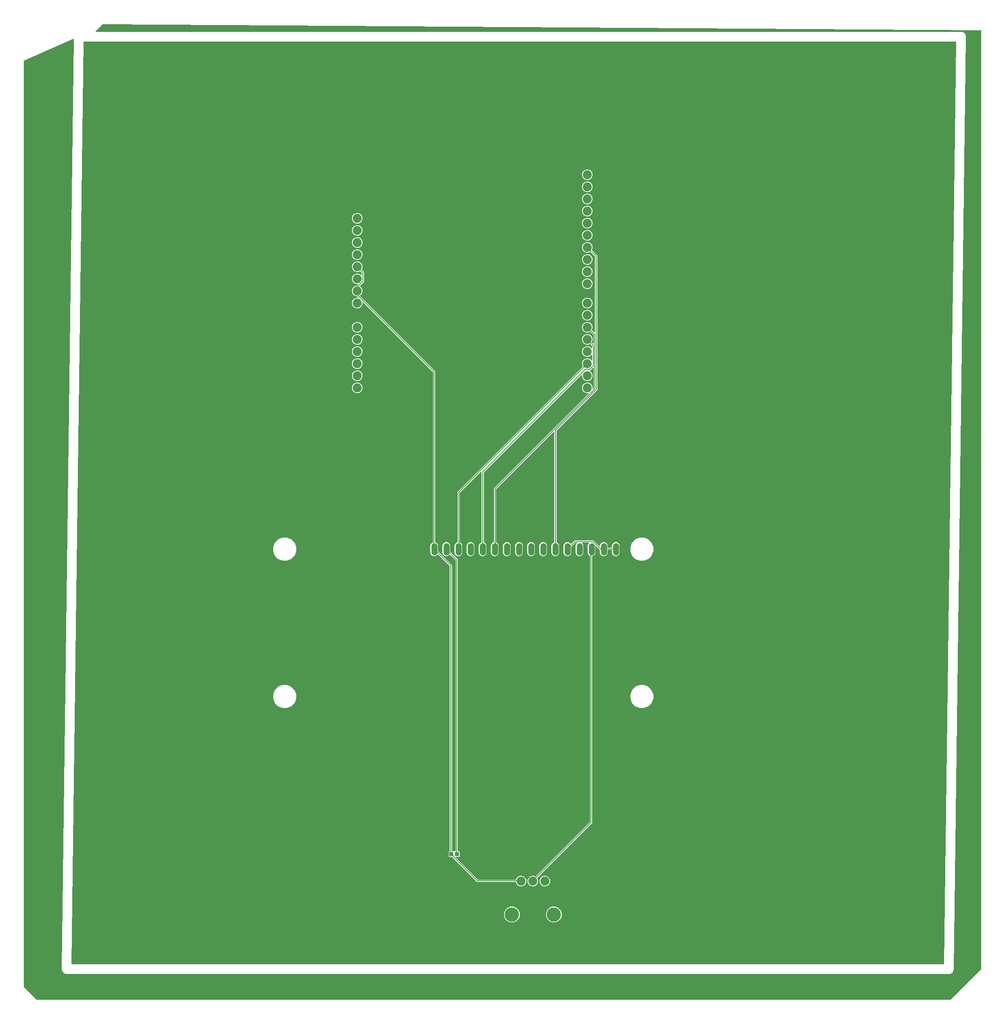
<source format=gbr>
G04 EAGLE Gerber RS-274X export*
G75*
%MOMM*%
%FSLAX34Y34*%
%LPD*%
%INTop Copper*%
%IPPOS*%
%AMOC8*
5,1,8,0,0,1.08239X$1,22.5*%
G01*
%ADD10C,1.879600*%
%ADD11C,1.308000*%
%ADD12R,0.850000X0.900000*%
%ADD13C,3.000000*%
%ADD14C,0.152400*%

G36*
X1014634Y-1031237D02*
X1014634Y-1031237D01*
X1014649Y-1031239D01*
X1014755Y-1031217D01*
X1014862Y-1031200D01*
X1014875Y-1031193D01*
X1014890Y-1031190D01*
X1014983Y-1031135D01*
X1015079Y-1031084D01*
X1015089Y-1031074D01*
X1015102Y-1031066D01*
X1015174Y-1030985D01*
X1015248Y-1030906D01*
X1015255Y-1030893D01*
X1015265Y-1030881D01*
X1015306Y-1030781D01*
X1015352Y-1030683D01*
X1015354Y-1030668D01*
X1015360Y-1030654D01*
X1015380Y-1030488D01*
X1040496Y903368D01*
X1040493Y903393D01*
X1040495Y903417D01*
X1040474Y903514D01*
X1040460Y903611D01*
X1040449Y903633D01*
X1040443Y903658D01*
X1040393Y903743D01*
X1040348Y903830D01*
X1040330Y903848D01*
X1040317Y903869D01*
X1040242Y903933D01*
X1040171Y904002D01*
X1040149Y904013D01*
X1040130Y904029D01*
X1040038Y904066D01*
X1039950Y904108D01*
X1039925Y904111D01*
X1039902Y904121D01*
X1039735Y904139D01*
X-789319Y904139D01*
X-789334Y904137D01*
X-789349Y904139D01*
X-789455Y904117D01*
X-789562Y904100D01*
X-789575Y904093D01*
X-789590Y904090D01*
X-789683Y904035D01*
X-789779Y903984D01*
X-789789Y903974D01*
X-789802Y903966D01*
X-789874Y903885D01*
X-789948Y903806D01*
X-789955Y903793D01*
X-789965Y903781D01*
X-790006Y903681D01*
X-790052Y903583D01*
X-790054Y903568D01*
X-790060Y903554D01*
X-790080Y903388D01*
X-815196Y-1030468D01*
X-815193Y-1030493D01*
X-815195Y-1030517D01*
X-815174Y-1030614D01*
X-815160Y-1030711D01*
X-815149Y-1030733D01*
X-815143Y-1030758D01*
X-815093Y-1030843D01*
X-815048Y-1030930D01*
X-815030Y-1030948D01*
X-815017Y-1030969D01*
X-814942Y-1031033D01*
X-814871Y-1031102D01*
X-814849Y-1031113D01*
X-814830Y-1031129D01*
X-814738Y-1031166D01*
X-814650Y-1031208D01*
X-814625Y-1031211D01*
X-814602Y-1031221D01*
X-814435Y-1031239D01*
X1014619Y-1031239D01*
X1014634Y-1031237D01*
G37*
G36*
X1028790Y-1105647D02*
X1028790Y-1105647D01*
X1028881Y-1105639D01*
X1028911Y-1105627D01*
X1028943Y-1105622D01*
X1029023Y-1105579D01*
X1029107Y-1105543D01*
X1029139Y-1105517D01*
X1029160Y-1105506D01*
X1029182Y-1105483D01*
X1029238Y-1105438D01*
X1092738Y-1041938D01*
X1092791Y-1041864D01*
X1092851Y-1041795D01*
X1092863Y-1041765D01*
X1092882Y-1041739D01*
X1092909Y-1041652D01*
X1092943Y-1041567D01*
X1092947Y-1041526D01*
X1092954Y-1041503D01*
X1092953Y-1041471D01*
X1092961Y-1041400D01*
X1092961Y927100D01*
X1092958Y927117D01*
X1092960Y927134D01*
X1092939Y927238D01*
X1092922Y927343D01*
X1092913Y927358D01*
X1092910Y927375D01*
X1092856Y927467D01*
X1092806Y927560D01*
X1092794Y927572D01*
X1092785Y927587D01*
X1092705Y927657D01*
X1092628Y927730D01*
X1092612Y927737D01*
X1092599Y927748D01*
X1092501Y927788D01*
X1092405Y927833D01*
X1092388Y927835D01*
X1092372Y927842D01*
X1092205Y927861D01*
X-749295Y940561D01*
X-749387Y940547D01*
X-749481Y940539D01*
X-749508Y940528D01*
X-749538Y940523D01*
X-749621Y940480D01*
X-749707Y940443D01*
X-749737Y940420D01*
X-749756Y940410D01*
X-749779Y940386D01*
X-749838Y940338D01*
X-764416Y925760D01*
X-764458Y925702D01*
X-764508Y925650D01*
X-764530Y925603D01*
X-764560Y925561D01*
X-764581Y925492D01*
X-764611Y925427D01*
X-764617Y925375D01*
X-764632Y925325D01*
X-764630Y925254D01*
X-764638Y925183D01*
X-764627Y925132D01*
X-764626Y925080D01*
X-764601Y925012D01*
X-764586Y924942D01*
X-764559Y924897D01*
X-764541Y924849D01*
X-764497Y924793D01*
X-764460Y924731D01*
X-764420Y924697D01*
X-764388Y924657D01*
X-764327Y924618D01*
X-764273Y924571D01*
X-764225Y924552D01*
X-764181Y924524D01*
X-764111Y924506D01*
X-764045Y924479D01*
X-763973Y924471D01*
X-763942Y924463D01*
X-763919Y924465D01*
X-763878Y924461D01*
X1048701Y924461D01*
X1048761Y924471D01*
X1048822Y924470D01*
X1048880Y924487D01*
X1050861Y924461D01*
X1050865Y924461D01*
X1050871Y924461D01*
X1052846Y924461D01*
X1052864Y924453D01*
X1052925Y924446D01*
X1054745Y923664D01*
X1054749Y923663D01*
X1054754Y923660D01*
X1056579Y922904D01*
X1056593Y922890D01*
X1056646Y922860D01*
X1058028Y921442D01*
X1058031Y921440D01*
X1058034Y921435D01*
X1059432Y920038D01*
X1059439Y920020D01*
X1059476Y919972D01*
X1060211Y918132D01*
X1060213Y918129D01*
X1060214Y918123D01*
X1060970Y916298D01*
X1060970Y916278D01*
X1060987Y916220D01*
X1060961Y914240D01*
X1060961Y914236D01*
X1060961Y914230D01*
X1060961Y912254D01*
X1060953Y912236D01*
X1060942Y912143D01*
X1060934Y912112D01*
X1060936Y912095D01*
X1060933Y912069D01*
X1035561Y-1041462D01*
X1035561Y-1041466D01*
X1035561Y-1041472D01*
X1035561Y-1043446D01*
X1035553Y-1043464D01*
X1035546Y-1043525D01*
X1034764Y-1045345D01*
X1034763Y-1045349D01*
X1034760Y-1045354D01*
X1034004Y-1047179D01*
X1033990Y-1047193D01*
X1033960Y-1047246D01*
X1032542Y-1048628D01*
X1032540Y-1048631D01*
X1032535Y-1048635D01*
X1031138Y-1050032D01*
X1031120Y-1050039D01*
X1031072Y-1050076D01*
X1029232Y-1050811D01*
X1029229Y-1050813D01*
X1029223Y-1050814D01*
X1027398Y-1051570D01*
X1027378Y-1051570D01*
X1027320Y-1051587D01*
X1025339Y-1051561D01*
X1025335Y-1051561D01*
X1025329Y-1051561D01*
X-823401Y-1051561D01*
X-823461Y-1051571D01*
X-823522Y-1051570D01*
X-823580Y-1051587D01*
X-825561Y-1051561D01*
X-825565Y-1051561D01*
X-825571Y-1051561D01*
X-827546Y-1051561D01*
X-827564Y-1051553D01*
X-827625Y-1051546D01*
X-829445Y-1050764D01*
X-829449Y-1050763D01*
X-829454Y-1050760D01*
X-831279Y-1050004D01*
X-831293Y-1049990D01*
X-831346Y-1049960D01*
X-832728Y-1048542D01*
X-832731Y-1048540D01*
X-832735Y-1048535D01*
X-834132Y-1047138D01*
X-834139Y-1047120D01*
X-834176Y-1047072D01*
X-834911Y-1045232D01*
X-834913Y-1045229D01*
X-834914Y-1045223D01*
X-835670Y-1043398D01*
X-835670Y-1043378D01*
X-835687Y-1043320D01*
X-835661Y-1041340D01*
X-835661Y-1041336D01*
X-835661Y-1041330D01*
X-835661Y-1039354D01*
X-835653Y-1039336D01*
X-835642Y-1039243D01*
X-835634Y-1039212D01*
X-835636Y-1039195D01*
X-835633Y-1039169D01*
X-810324Y909508D01*
X-810333Y909568D01*
X-810332Y909628D01*
X-810351Y909689D01*
X-810360Y909751D01*
X-810388Y909805D01*
X-810406Y909863D01*
X-810444Y909914D01*
X-810473Y909970D01*
X-810516Y910012D01*
X-810552Y910061D01*
X-810603Y910097D01*
X-810649Y910142D01*
X-810703Y910168D01*
X-810753Y910203D01*
X-810813Y910221D01*
X-810871Y910248D01*
X-810931Y910256D01*
X-810989Y910273D01*
X-811052Y910271D01*
X-811115Y910278D01*
X-811174Y910266D01*
X-811234Y910264D01*
X-811324Y910236D01*
X-811356Y910229D01*
X-811369Y910221D01*
X-811394Y910213D01*
X-914709Y864296D01*
X-914799Y864237D01*
X-914891Y864182D01*
X-914901Y864170D01*
X-914915Y864161D01*
X-914981Y864076D01*
X-915051Y863995D01*
X-915057Y863980D01*
X-915067Y863967D01*
X-915103Y863866D01*
X-915143Y863767D01*
X-915145Y863747D01*
X-915149Y863736D01*
X-915150Y863705D01*
X-915161Y863600D01*
X-915161Y-1079500D01*
X-915147Y-1079590D01*
X-915139Y-1079681D01*
X-915127Y-1079711D01*
X-915122Y-1079743D01*
X-915079Y-1079823D01*
X-915043Y-1079907D01*
X-915017Y-1079939D01*
X-915006Y-1079960D01*
X-914983Y-1079982D01*
X-914938Y-1080038D01*
X-889538Y-1105438D01*
X-889464Y-1105491D01*
X-889395Y-1105551D01*
X-889365Y-1105563D01*
X-889339Y-1105582D01*
X-889252Y-1105609D01*
X-889167Y-1105643D01*
X-889126Y-1105647D01*
X-889103Y-1105654D01*
X-889071Y-1105653D01*
X-889000Y-1105661D01*
X1028700Y-1105661D01*
X1028790Y-1105647D01*
G37*
%LPC*%
G36*
X-5404Y-175305D02*
X-5404Y-175305D01*
X-8368Y-174077D01*
X-10637Y-171808D01*
X-11865Y-168844D01*
X-11865Y-152556D01*
X-10637Y-149592D01*
X-8368Y-147323D01*
X-5805Y-146261D01*
X-5705Y-146200D01*
X-5605Y-146140D01*
X-5601Y-146135D01*
X-5596Y-146132D01*
X-5521Y-146042D01*
X-5445Y-145953D01*
X-5443Y-145947D01*
X-5439Y-145942D01*
X-5397Y-145834D01*
X-5353Y-145725D01*
X-5352Y-145717D01*
X-5351Y-145712D01*
X-5350Y-145694D01*
X-5335Y-145558D01*
X-5335Y-40201D01*
X257033Y222167D01*
X257101Y222261D01*
X257171Y222356D01*
X257173Y222362D01*
X257177Y222367D01*
X257211Y222478D01*
X257247Y222590D01*
X257247Y222596D01*
X257249Y222602D01*
X257246Y222719D01*
X257246Y222731D01*
X257249Y222759D01*
X257246Y222776D01*
X257245Y222836D01*
X257243Y222843D01*
X257243Y222848D01*
X257236Y222865D01*
X257198Y222997D01*
X255777Y226427D01*
X255777Y230773D01*
X257440Y234787D01*
X260513Y237860D01*
X264527Y239523D01*
X268873Y239523D01*
X272887Y237860D01*
X275306Y235441D01*
X275364Y235399D01*
X275416Y235350D01*
X275463Y235328D01*
X275505Y235298D01*
X275574Y235277D01*
X275639Y235246D01*
X275691Y235241D01*
X275741Y235225D01*
X275812Y235227D01*
X275883Y235219D01*
X275934Y235230D01*
X275986Y235232D01*
X276054Y235256D01*
X276124Y235272D01*
X276169Y235298D01*
X276217Y235316D01*
X276273Y235361D01*
X276335Y235398D01*
X276369Y235437D01*
X276409Y235470D01*
X276448Y235530D01*
X276495Y235585D01*
X276514Y235633D01*
X276542Y235677D01*
X276560Y235746D01*
X276587Y235813D01*
X276595Y235884D01*
X276603Y235915D01*
X276601Y235939D01*
X276605Y235980D01*
X276605Y246620D01*
X276594Y246691D01*
X276592Y246763D01*
X276574Y246812D01*
X276566Y246863D01*
X276532Y246926D01*
X276507Y246994D01*
X276475Y247034D01*
X276450Y247081D01*
X276398Y247130D01*
X276354Y247186D01*
X276310Y247214D01*
X276272Y247250D01*
X276207Y247280D01*
X276147Y247319D01*
X276096Y247332D01*
X276049Y247354D01*
X275978Y247361D01*
X275908Y247379D01*
X275856Y247375D01*
X275805Y247381D01*
X275734Y247365D01*
X275663Y247360D01*
X275615Y247339D01*
X275564Y247328D01*
X275503Y247292D01*
X275437Y247263D01*
X275381Y247219D01*
X275353Y247202D01*
X275338Y247184D01*
X275306Y247159D01*
X272887Y244740D01*
X268873Y243077D01*
X264527Y243077D01*
X260513Y244740D01*
X257440Y247813D01*
X255777Y251827D01*
X255777Y256173D01*
X257440Y260187D01*
X260513Y263260D01*
X264527Y264923D01*
X268873Y264923D01*
X272887Y263260D01*
X275306Y260841D01*
X275364Y260799D01*
X275416Y260750D01*
X275463Y260728D01*
X275505Y260698D01*
X275574Y260677D01*
X275639Y260646D01*
X275691Y260641D01*
X275741Y260625D01*
X275812Y260627D01*
X275883Y260619D01*
X275934Y260630D01*
X275986Y260632D01*
X276054Y260656D01*
X276124Y260672D01*
X276169Y260698D01*
X276217Y260716D01*
X276273Y260761D01*
X276335Y260798D01*
X276369Y260837D01*
X276409Y260870D01*
X276448Y260930D01*
X276495Y260985D01*
X276514Y261033D01*
X276542Y261077D01*
X276560Y261146D01*
X276587Y261213D01*
X276595Y261284D01*
X276603Y261315D01*
X276601Y261339D01*
X276605Y261380D01*
X276605Y265437D01*
X276591Y265528D01*
X276583Y265618D01*
X276571Y265648D01*
X276566Y265680D01*
X276523Y265761D01*
X276487Y265845D01*
X276461Y265877D01*
X276450Y265898D01*
X276427Y265920D01*
X276382Y265976D01*
X272774Y269584D01*
X272679Y269652D01*
X272585Y269722D01*
X272579Y269724D01*
X272574Y269728D01*
X272463Y269762D01*
X272351Y269799D01*
X272345Y269799D01*
X272339Y269800D01*
X272222Y269797D01*
X272105Y269796D01*
X272098Y269794D01*
X272093Y269794D01*
X272076Y269788D01*
X271944Y269749D01*
X268873Y268477D01*
X264527Y268477D01*
X260513Y270140D01*
X257440Y273213D01*
X255777Y277227D01*
X255777Y281573D01*
X257440Y285587D01*
X260513Y288660D01*
X264527Y290323D01*
X268873Y290323D01*
X272887Y288660D01*
X275960Y285587D01*
X277623Y281573D01*
X277623Y277227D01*
X276053Y273438D01*
X276026Y273324D01*
X275998Y273210D01*
X275998Y273204D01*
X275997Y273198D01*
X276008Y273081D01*
X276017Y272965D01*
X276019Y272960D01*
X276020Y272953D01*
X276068Y272846D01*
X276113Y272739D01*
X276118Y272733D01*
X276120Y272728D01*
X276133Y272715D01*
X276218Y272608D01*
X278354Y270472D01*
X278412Y270430D01*
X278464Y270381D01*
X278511Y270359D01*
X278553Y270329D01*
X278622Y270308D01*
X278687Y270277D01*
X278739Y270272D01*
X278789Y270256D01*
X278860Y270258D01*
X278931Y270250D01*
X278982Y270261D01*
X279034Y270263D01*
X279102Y270287D01*
X279172Y270302D01*
X279216Y270329D01*
X279265Y270347D01*
X279321Y270392D01*
X279383Y270429D01*
X279417Y270468D01*
X279457Y270501D01*
X279496Y270561D01*
X279543Y270616D01*
X279562Y270664D01*
X279590Y270708D01*
X279608Y270777D01*
X279635Y270844D01*
X279643Y270915D01*
X279651Y270946D01*
X279649Y270970D01*
X279653Y271010D01*
X279653Y288297D01*
X279639Y288388D01*
X279631Y288478D01*
X279619Y288508D01*
X279614Y288540D01*
X279571Y288621D01*
X279535Y288705D01*
X279509Y288737D01*
X279498Y288758D01*
X279475Y288780D01*
X279430Y288836D01*
X273133Y295133D01*
X273039Y295201D01*
X272944Y295271D01*
X272938Y295273D01*
X272933Y295277D01*
X272822Y295311D01*
X272710Y295347D01*
X272704Y295347D01*
X272698Y295349D01*
X272581Y295346D01*
X272464Y295345D01*
X272457Y295343D01*
X272452Y295343D01*
X272435Y295336D01*
X272303Y295298D01*
X268873Y293877D01*
X264527Y293877D01*
X260513Y295540D01*
X257440Y298613D01*
X255777Y302627D01*
X255777Y306973D01*
X257440Y310987D01*
X260513Y314060D01*
X264527Y315723D01*
X268873Y315723D01*
X272887Y314060D01*
X275960Y310987D01*
X277623Y306973D01*
X277623Y302627D01*
X276202Y299197D01*
X276175Y299083D01*
X276147Y298970D01*
X276147Y298963D01*
X276146Y298957D01*
X276157Y298841D01*
X276166Y298724D01*
X276168Y298719D01*
X276169Y298712D01*
X276217Y298605D01*
X276262Y298498D01*
X276267Y298492D01*
X276269Y298488D01*
X276281Y298474D01*
X276367Y298367D01*
X281402Y293332D01*
X281460Y293290D01*
X281512Y293241D01*
X281559Y293219D01*
X281601Y293189D01*
X281670Y293168D01*
X281735Y293137D01*
X281787Y293132D01*
X281837Y293116D01*
X281908Y293118D01*
X281979Y293110D01*
X282030Y293121D01*
X282082Y293123D01*
X282150Y293147D01*
X282220Y293162D01*
X282265Y293189D01*
X282313Y293207D01*
X282369Y293252D01*
X282431Y293289D01*
X282465Y293328D01*
X282505Y293361D01*
X282544Y293421D01*
X282591Y293476D01*
X282610Y293524D01*
X282638Y293568D01*
X282656Y293637D01*
X282683Y293704D01*
X282691Y293775D01*
X282699Y293806D01*
X282697Y293830D01*
X282701Y293870D01*
X282701Y452889D01*
X282687Y452980D01*
X282679Y453070D01*
X282667Y453100D01*
X282662Y453132D01*
X282619Y453213D01*
X282583Y453297D01*
X282557Y453329D01*
X282546Y453350D01*
X282523Y453372D01*
X282478Y453428D01*
X273133Y462773D01*
X273038Y462841D01*
X272944Y462911D01*
X272938Y462913D01*
X272933Y462917D01*
X272822Y462951D01*
X272710Y462987D01*
X272704Y462987D01*
X272698Y462989D01*
X272581Y462986D01*
X272464Y462985D01*
X272457Y462983D01*
X272452Y462983D01*
X272435Y462976D01*
X272303Y462938D01*
X268873Y461517D01*
X264527Y461517D01*
X260513Y463180D01*
X257440Y466253D01*
X255777Y470267D01*
X255777Y474613D01*
X257440Y478627D01*
X260513Y481700D01*
X264527Y483363D01*
X268873Y483363D01*
X272887Y481700D01*
X275960Y478627D01*
X277623Y474613D01*
X277623Y470267D01*
X276202Y466837D01*
X276175Y466723D01*
X276147Y466610D01*
X276147Y466603D01*
X276146Y466597D01*
X276157Y466481D01*
X276166Y466364D01*
X276168Y466359D01*
X276169Y466352D01*
X276217Y466245D01*
X276262Y466138D01*
X276267Y466132D01*
X276269Y466128D01*
X276281Y466114D01*
X276367Y466007D01*
X287275Y455099D01*
X287275Y172789D01*
X202154Y87668D01*
X202101Y87594D01*
X202041Y87524D01*
X202029Y87494D01*
X202010Y87468D01*
X201983Y87381D01*
X201949Y87296D01*
X201945Y87255D01*
X201938Y87233D01*
X201939Y87201D01*
X201931Y87129D01*
X201931Y-145970D01*
X201950Y-146085D01*
X201967Y-146201D01*
X201969Y-146207D01*
X201970Y-146213D01*
X202025Y-146316D01*
X202078Y-146421D01*
X202083Y-146425D01*
X202086Y-146431D01*
X202170Y-146510D01*
X202254Y-146593D01*
X202260Y-146596D01*
X202264Y-146600D01*
X202281Y-146608D01*
X202401Y-146674D01*
X203968Y-147323D01*
X206237Y-149592D01*
X207465Y-152556D01*
X207465Y-168844D01*
X206237Y-171808D01*
X203968Y-174077D01*
X201004Y-175305D01*
X197796Y-175305D01*
X194832Y-174077D01*
X192563Y-171808D01*
X191335Y-168844D01*
X191335Y-152556D01*
X192563Y-149592D01*
X194832Y-147323D01*
X196887Y-146472D01*
X196987Y-146410D01*
X197087Y-146350D01*
X197091Y-146345D01*
X197096Y-146342D01*
X197171Y-146252D01*
X197247Y-146163D01*
X197249Y-146157D01*
X197253Y-146153D01*
X197295Y-146045D01*
X197339Y-145935D01*
X197340Y-145927D01*
X197341Y-145923D01*
X197342Y-145905D01*
X197357Y-145768D01*
X197357Y85606D01*
X197346Y85676D01*
X197344Y85748D01*
X197326Y85797D01*
X197318Y85848D01*
X197284Y85912D01*
X197259Y85979D01*
X197227Y86020D01*
X197202Y86066D01*
X197151Y86115D01*
X197106Y86171D01*
X197062Y86199D01*
X197024Y86235D01*
X196959Y86265D01*
X196899Y86304D01*
X196848Y86317D01*
X196801Y86339D01*
X196730Y86347D01*
X196660Y86364D01*
X196608Y86360D01*
X196557Y86366D01*
X196486Y86351D01*
X196415Y86345D01*
X196367Y86325D01*
X196316Y86314D01*
X196255Y86277D01*
X196189Y86249D01*
X196133Y86204D01*
X196105Y86187D01*
X196090Y86170D01*
X196058Y86144D01*
X75662Y-34252D01*
X75609Y-34326D01*
X75549Y-34396D01*
X75537Y-34426D01*
X75518Y-34452D01*
X75491Y-34539D01*
X75457Y-34624D01*
X75453Y-34665D01*
X75446Y-34687D01*
X75447Y-34719D01*
X75439Y-34791D01*
X75439Y-146181D01*
X75458Y-146296D01*
X75475Y-146412D01*
X75477Y-146417D01*
X75478Y-146424D01*
X75533Y-146526D01*
X75586Y-146631D01*
X75591Y-146635D01*
X75594Y-146641D01*
X75678Y-146721D01*
X75762Y-146803D01*
X75768Y-146807D01*
X75772Y-146810D01*
X75789Y-146818D01*
X75909Y-146884D01*
X76968Y-147323D01*
X79237Y-149592D01*
X80465Y-152556D01*
X80465Y-168844D01*
X79237Y-171808D01*
X76968Y-174077D01*
X74004Y-175305D01*
X70796Y-175305D01*
X67832Y-174077D01*
X65563Y-171808D01*
X64335Y-168844D01*
X64335Y-152556D01*
X65563Y-149592D01*
X67832Y-147323D01*
X70395Y-146261D01*
X70495Y-146200D01*
X70595Y-146140D01*
X70599Y-146135D01*
X70604Y-146132D01*
X70679Y-146042D01*
X70755Y-145953D01*
X70757Y-145947D01*
X70761Y-145942D01*
X70803Y-145834D01*
X70847Y-145725D01*
X70848Y-145717D01*
X70849Y-145712D01*
X70850Y-145694D01*
X70865Y-145558D01*
X70865Y-32581D01*
X269024Y165578D01*
X269066Y165636D01*
X269115Y165688D01*
X269137Y165735D01*
X269167Y165777D01*
X269188Y165846D01*
X269219Y165911D01*
X269224Y165963D01*
X269240Y166013D01*
X269238Y166084D01*
X269246Y166155D01*
X269235Y166206D01*
X269233Y166258D01*
X269209Y166326D01*
X269194Y166396D01*
X269167Y166440D01*
X269149Y166489D01*
X269104Y166545D01*
X269067Y166607D01*
X269028Y166641D01*
X268995Y166681D01*
X268935Y166720D01*
X268880Y166767D01*
X268832Y166786D01*
X268788Y166814D01*
X268719Y166832D01*
X268652Y166859D01*
X268581Y166867D01*
X268550Y166875D01*
X268526Y166873D01*
X268486Y166877D01*
X264527Y166877D01*
X260513Y168540D01*
X257440Y171613D01*
X255777Y175627D01*
X255777Y179973D01*
X257440Y183987D01*
X260513Y187060D01*
X264527Y188723D01*
X268873Y188723D01*
X272887Y187060D01*
X275960Y183987D01*
X277623Y179973D01*
X277623Y176014D01*
X277634Y175944D01*
X277636Y175872D01*
X277654Y175823D01*
X277662Y175772D01*
X277696Y175708D01*
X277721Y175641D01*
X277753Y175600D01*
X277778Y175554D01*
X277830Y175505D01*
X277874Y175449D01*
X277918Y175421D01*
X277956Y175385D01*
X278021Y175355D01*
X278081Y175316D01*
X278132Y175303D01*
X278179Y175281D01*
X278250Y175273D01*
X278320Y175256D01*
X278372Y175260D01*
X278423Y175254D01*
X278494Y175269D01*
X278565Y175275D01*
X278613Y175295D01*
X278664Y175306D01*
X278725Y175343D01*
X278791Y175371D01*
X278847Y175416D01*
X278875Y175433D01*
X278890Y175450D01*
X278922Y175476D01*
X279430Y175984D01*
X279484Y176058D01*
X279543Y176128D01*
X279555Y176158D01*
X279574Y176184D01*
X279601Y176271D01*
X279635Y176356D01*
X279639Y176397D01*
X279646Y176419D01*
X279645Y176451D01*
X279653Y176523D01*
X279653Y219718D01*
X279642Y219788D01*
X279640Y219860D01*
X279622Y219909D01*
X279614Y219960D01*
X279580Y220024D01*
X279555Y220091D01*
X279523Y220132D01*
X279498Y220178D01*
X279447Y220227D01*
X279402Y220283D01*
X279358Y220311D01*
X279320Y220347D01*
X279255Y220377D01*
X279195Y220416D01*
X279144Y220429D01*
X279097Y220451D01*
X279026Y220459D01*
X278956Y220476D01*
X278904Y220472D01*
X278853Y220478D01*
X278782Y220463D01*
X278711Y220457D01*
X278663Y220437D01*
X278612Y220426D01*
X278551Y220389D01*
X278485Y220361D01*
X278429Y220316D01*
X278401Y220299D01*
X278386Y220282D01*
X278354Y220256D01*
X272046Y213948D01*
X272019Y213911D01*
X271985Y213879D01*
X271947Y213811D01*
X271902Y213748D01*
X271889Y213704D01*
X271866Y213664D01*
X271853Y213587D01*
X271830Y213513D01*
X271831Y213467D01*
X271823Y213422D01*
X271834Y213345D01*
X271836Y213267D01*
X271852Y213224D01*
X271859Y213179D01*
X271894Y213109D01*
X271921Y213036D01*
X271949Y213000D01*
X271970Y212959D01*
X272026Y212905D01*
X272074Y212844D01*
X272113Y212819D01*
X272146Y212787D01*
X272265Y212721D01*
X272281Y212711D01*
X272286Y212710D01*
X272293Y212706D01*
X272887Y212460D01*
X275960Y209387D01*
X277623Y205373D01*
X277623Y201027D01*
X275960Y197013D01*
X272887Y193940D01*
X268873Y192277D01*
X264527Y192277D01*
X260513Y193940D01*
X257440Y197013D01*
X255777Y201027D01*
X255777Y204986D01*
X255766Y205056D01*
X255764Y205128D01*
X255746Y205177D01*
X255738Y205228D01*
X255704Y205292D01*
X255679Y205359D01*
X255647Y205400D01*
X255622Y205446D01*
X255570Y205495D01*
X255526Y205551D01*
X255482Y205579D01*
X255444Y205615D01*
X255379Y205645D01*
X255319Y205684D01*
X255268Y205697D01*
X255221Y205719D01*
X255150Y205727D01*
X255080Y205744D01*
X255028Y205740D01*
X254977Y205746D01*
X254906Y205731D01*
X254835Y205725D01*
X254787Y205705D01*
X254736Y205694D01*
X254675Y205657D01*
X254609Y205629D01*
X254553Y205584D01*
X254525Y205567D01*
X254510Y205550D01*
X254478Y205524D01*
X49754Y800D01*
X49701Y726D01*
X49641Y656D01*
X49629Y626D01*
X49610Y600D01*
X49583Y513D01*
X49549Y428D01*
X49545Y387D01*
X49538Y365D01*
X49539Y333D01*
X49531Y261D01*
X49531Y-145970D01*
X49550Y-146085D01*
X49567Y-146201D01*
X49569Y-146207D01*
X49570Y-146213D01*
X49625Y-146316D01*
X49678Y-146421D01*
X49683Y-146425D01*
X49686Y-146431D01*
X49770Y-146510D01*
X49854Y-146593D01*
X49860Y-146596D01*
X49864Y-146600D01*
X49881Y-146608D01*
X50001Y-146674D01*
X51568Y-147323D01*
X53837Y-149592D01*
X55065Y-152556D01*
X55065Y-168844D01*
X53837Y-171808D01*
X51568Y-174077D01*
X48604Y-175305D01*
X45396Y-175305D01*
X42432Y-174077D01*
X40163Y-171808D01*
X38935Y-168844D01*
X38935Y-152556D01*
X40163Y-149592D01*
X42432Y-147323D01*
X44487Y-146472D01*
X44587Y-146410D01*
X44687Y-146350D01*
X44691Y-146345D01*
X44696Y-146342D01*
X44771Y-146252D01*
X44847Y-146163D01*
X44849Y-146157D01*
X44853Y-146153D01*
X44895Y-146045D01*
X44939Y-145935D01*
X44940Y-145927D01*
X44941Y-145923D01*
X44942Y-145905D01*
X44957Y-145768D01*
X44957Y1786D01*
X44946Y1856D01*
X44944Y1928D01*
X44926Y1977D01*
X44918Y2028D01*
X44884Y2092D01*
X44859Y2159D01*
X44827Y2200D01*
X44802Y2246D01*
X44750Y2295D01*
X44706Y2351D01*
X44662Y2379D01*
X44624Y2415D01*
X44559Y2445D01*
X44499Y2484D01*
X44448Y2497D01*
X44401Y2519D01*
X44330Y2527D01*
X44260Y2544D01*
X44208Y2540D01*
X44157Y2546D01*
X44086Y2531D01*
X44015Y2525D01*
X43967Y2505D01*
X43916Y2494D01*
X43855Y2457D01*
X43789Y2429D01*
X43733Y2384D01*
X43705Y2367D01*
X43690Y2350D01*
X43658Y2324D01*
X-538Y-41872D01*
X-591Y-41946D01*
X-651Y-42016D01*
X-663Y-42046D01*
X-682Y-42072D01*
X-709Y-42159D01*
X-743Y-42244D01*
X-747Y-42285D01*
X-754Y-42307D01*
X-753Y-42339D01*
X-761Y-42411D01*
X-761Y-146181D01*
X-742Y-146296D01*
X-725Y-146412D01*
X-723Y-146417D01*
X-722Y-146424D01*
X-667Y-146526D01*
X-614Y-146631D01*
X-609Y-146635D01*
X-606Y-146641D01*
X-522Y-146721D01*
X-438Y-146803D01*
X-432Y-146807D01*
X-428Y-146810D01*
X-411Y-146818D01*
X-291Y-146884D01*
X768Y-147323D01*
X3037Y-149592D01*
X4265Y-152556D01*
X4265Y-168844D01*
X3037Y-171808D01*
X768Y-174077D01*
X-2196Y-175305D01*
X-5404Y-175305D01*
G37*
%LPD*%
%LPC*%
G36*
X125227Y-868023D02*
X125227Y-868023D01*
X121213Y-866360D01*
X118140Y-863287D01*
X116466Y-859245D01*
X116404Y-859145D01*
X116344Y-859045D01*
X116339Y-859041D01*
X116336Y-859036D01*
X116246Y-858961D01*
X116157Y-858885D01*
X116151Y-858883D01*
X116147Y-858879D01*
X116039Y-858837D01*
X115929Y-858793D01*
X115922Y-858792D01*
X115917Y-858791D01*
X115899Y-858790D01*
X115762Y-858775D01*
X35629Y-858775D01*
X34066Y-857212D01*
X-16003Y-807143D01*
X-16003Y-806886D01*
X-16006Y-806866D01*
X-16004Y-806847D01*
X-16026Y-806745D01*
X-16042Y-806643D01*
X-16052Y-806626D01*
X-16056Y-806606D01*
X-16109Y-806517D01*
X-16158Y-806426D01*
X-16172Y-806412D01*
X-16182Y-806395D01*
X-16261Y-806328D01*
X-16336Y-806256D01*
X-16354Y-806248D01*
X-16369Y-806235D01*
X-16465Y-806196D01*
X-16559Y-806153D01*
X-16579Y-806151D01*
X-16597Y-806143D01*
X-16764Y-806125D01*
X-23382Y-806125D01*
X-24275Y-805232D01*
X-24275Y-794968D01*
X-23382Y-794075D01*
X-22860Y-794075D01*
X-22840Y-794072D01*
X-22821Y-794074D01*
X-22719Y-794052D01*
X-22617Y-794036D01*
X-22600Y-794026D01*
X-22580Y-794022D01*
X-22491Y-793969D01*
X-22400Y-793920D01*
X-22386Y-793906D01*
X-22369Y-793896D01*
X-22302Y-793817D01*
X-22230Y-793742D01*
X-22222Y-793724D01*
X-22209Y-793709D01*
X-22170Y-793613D01*
X-22127Y-793519D01*
X-22125Y-793499D01*
X-22117Y-793481D01*
X-22099Y-793314D01*
X-22099Y-196334D01*
X-22113Y-196244D01*
X-22121Y-196153D01*
X-22133Y-196124D01*
X-22138Y-196092D01*
X-22181Y-196011D01*
X-22217Y-195927D01*
X-22243Y-195895D01*
X-22254Y-195874D01*
X-22277Y-195852D01*
X-22322Y-195796D01*
X-46532Y-171586D01*
X-46569Y-171559D01*
X-46600Y-171525D01*
X-46668Y-171488D01*
X-46732Y-171443D01*
X-46775Y-171429D01*
X-46816Y-171407D01*
X-46892Y-171393D01*
X-46967Y-171370D01*
X-47012Y-171371D01*
X-47058Y-171363D01*
X-47135Y-171375D01*
X-47212Y-171377D01*
X-47256Y-171392D01*
X-47301Y-171399D01*
X-47370Y-171434D01*
X-47443Y-171461D01*
X-47479Y-171490D01*
X-47520Y-171511D01*
X-47575Y-171566D01*
X-47636Y-171615D01*
X-47660Y-171653D01*
X-47693Y-171686D01*
X-47756Y-171801D01*
X-50032Y-174077D01*
X-52996Y-175305D01*
X-56204Y-175305D01*
X-59168Y-174077D01*
X-61437Y-171808D01*
X-62665Y-168844D01*
X-62665Y-152556D01*
X-61437Y-149592D01*
X-59168Y-147323D01*
X-57621Y-146682D01*
X-57521Y-146620D01*
X-57421Y-146560D01*
X-57417Y-146556D01*
X-57412Y-146552D01*
X-57338Y-146463D01*
X-57261Y-146374D01*
X-57259Y-146368D01*
X-57255Y-146363D01*
X-57213Y-146255D01*
X-57169Y-146145D01*
X-57168Y-146138D01*
X-57167Y-146133D01*
X-57166Y-146115D01*
X-57151Y-145979D01*
X-57151Y210573D01*
X-57165Y210664D01*
X-57173Y210754D01*
X-57185Y210784D01*
X-57190Y210816D01*
X-57233Y210897D01*
X-57269Y210981D01*
X-57295Y211013D01*
X-57306Y211034D01*
X-57329Y211056D01*
X-57374Y211112D01*
X-203678Y357416D01*
X-203736Y357458D01*
X-203788Y357507D01*
X-203835Y357529D01*
X-203877Y357559D01*
X-203946Y357580D01*
X-204011Y357611D01*
X-204063Y357616D01*
X-204113Y357632D01*
X-204184Y357630D01*
X-204255Y357638D01*
X-204306Y357627D01*
X-204358Y357625D01*
X-204426Y357601D01*
X-204496Y357586D01*
X-204540Y357559D01*
X-204589Y357541D01*
X-204645Y357496D01*
X-204707Y357459D01*
X-204741Y357420D01*
X-204781Y357387D01*
X-204820Y357327D01*
X-204867Y357272D01*
X-204886Y357224D01*
X-204914Y357180D01*
X-204932Y357111D01*
X-204959Y357044D01*
X-204967Y356973D01*
X-204975Y356942D01*
X-204973Y356918D01*
X-204977Y356878D01*
X-204977Y353427D01*
X-206640Y349413D01*
X-209713Y346340D01*
X-213727Y344677D01*
X-218073Y344677D01*
X-222087Y346340D01*
X-225160Y349413D01*
X-226823Y353427D01*
X-226823Y357773D01*
X-225160Y361787D01*
X-222087Y364860D01*
X-218073Y366523D01*
X-214622Y366523D01*
X-214552Y366534D01*
X-214480Y366536D01*
X-214431Y366554D01*
X-214380Y366562D01*
X-214316Y366596D01*
X-214249Y366621D01*
X-214208Y366653D01*
X-214162Y366678D01*
X-214113Y366730D01*
X-214057Y366774D01*
X-214029Y366818D01*
X-213993Y366856D01*
X-213963Y366921D01*
X-213924Y366981D01*
X-213911Y367032D01*
X-213889Y367079D01*
X-213881Y367150D01*
X-213864Y367220D01*
X-213868Y367272D01*
X-213862Y367323D01*
X-213877Y367394D01*
X-213883Y367465D01*
X-213903Y367513D01*
X-213914Y367564D01*
X-213951Y367625D01*
X-213979Y367691D01*
X-214024Y367747D01*
X-214041Y367775D01*
X-214058Y367790D01*
X-214084Y367822D01*
X-216116Y369854D01*
X-216190Y369907D01*
X-216260Y369967D01*
X-216290Y369979D01*
X-216316Y369998D01*
X-216403Y370025D01*
X-216488Y370059D01*
X-216529Y370063D01*
X-216551Y370070D01*
X-216583Y370069D01*
X-216655Y370077D01*
X-218073Y370077D01*
X-222087Y371740D01*
X-225160Y374813D01*
X-226823Y378827D01*
X-226823Y383173D01*
X-225160Y387187D01*
X-222087Y390260D01*
X-218073Y391923D01*
X-216655Y391923D01*
X-216564Y391937D01*
X-216474Y391945D01*
X-216444Y391957D01*
X-216412Y391962D01*
X-216331Y392005D01*
X-216247Y392041D01*
X-216215Y392067D01*
X-216194Y392078D01*
X-216172Y392101D01*
X-216116Y392146D01*
X-214084Y394178D01*
X-214042Y394236D01*
X-213993Y394288D01*
X-213971Y394335D01*
X-213941Y394377D01*
X-213920Y394446D01*
X-213889Y394511D01*
X-213884Y394563D01*
X-213868Y394613D01*
X-213870Y394684D01*
X-213862Y394755D01*
X-213873Y394806D01*
X-213875Y394858D01*
X-213899Y394926D01*
X-213914Y394996D01*
X-213941Y395041D01*
X-213959Y395089D01*
X-214004Y395145D01*
X-214041Y395207D01*
X-214080Y395241D01*
X-214113Y395281D01*
X-214173Y395320D01*
X-214228Y395367D01*
X-214276Y395386D01*
X-214320Y395414D01*
X-214389Y395432D01*
X-214456Y395459D01*
X-214527Y395467D01*
X-214558Y395475D01*
X-214582Y395473D01*
X-214622Y395477D01*
X-218073Y395477D01*
X-222087Y397140D01*
X-225160Y400213D01*
X-226823Y404227D01*
X-226823Y408573D01*
X-225160Y412587D01*
X-222087Y415660D01*
X-218073Y417323D01*
X-213727Y417323D01*
X-209713Y415660D01*
X-207802Y413749D01*
X-207744Y413707D01*
X-207692Y413658D01*
X-207645Y413636D01*
X-207603Y413606D01*
X-207534Y413585D01*
X-207469Y413554D01*
X-207417Y413549D01*
X-207367Y413533D01*
X-207296Y413535D01*
X-207225Y413527D01*
X-207174Y413538D01*
X-207122Y413540D01*
X-207054Y413564D01*
X-206984Y413580D01*
X-206939Y413606D01*
X-206891Y413624D01*
X-206835Y413669D01*
X-206773Y413706D01*
X-206739Y413745D01*
X-206699Y413778D01*
X-206660Y413838D01*
X-206613Y413893D01*
X-206594Y413941D01*
X-206566Y413985D01*
X-206548Y414054D01*
X-206521Y414121D01*
X-206513Y414192D01*
X-206505Y414223D01*
X-206507Y414247D01*
X-206503Y414288D01*
X-206503Y419361D01*
X-206517Y419452D01*
X-206525Y419542D01*
X-206537Y419572D01*
X-206542Y419604D01*
X-206585Y419685D01*
X-206621Y419769D01*
X-206647Y419801D01*
X-206658Y419822D01*
X-206681Y419844D01*
X-206726Y419900D01*
X-209108Y422282D01*
X-209203Y422350D01*
X-209297Y422420D01*
X-209303Y422422D01*
X-209308Y422426D01*
X-209419Y422460D01*
X-209530Y422496D01*
X-209537Y422496D01*
X-209543Y422498D01*
X-209660Y422495D01*
X-209776Y422494D01*
X-209784Y422492D01*
X-209789Y422492D01*
X-209806Y422485D01*
X-209938Y422447D01*
X-213727Y420877D01*
X-218073Y420877D01*
X-222087Y422540D01*
X-225160Y425613D01*
X-226823Y429627D01*
X-226823Y433973D01*
X-225160Y437987D01*
X-222087Y441060D01*
X-218073Y442723D01*
X-213727Y442723D01*
X-209713Y441060D01*
X-206640Y437987D01*
X-204977Y433973D01*
X-204977Y429627D01*
X-206249Y426556D01*
X-206276Y426442D01*
X-206305Y426329D01*
X-206304Y426323D01*
X-206306Y426316D01*
X-206295Y426200D01*
X-206286Y426084D01*
X-206283Y426078D01*
X-206283Y426072D01*
X-206235Y425964D01*
X-206189Y425857D01*
X-206185Y425851D01*
X-206183Y425847D01*
X-206170Y425833D01*
X-206084Y425726D01*
X-201929Y421571D01*
X-201929Y399865D01*
X-210195Y391599D01*
X-210222Y391562D01*
X-210256Y391531D01*
X-210293Y391462D01*
X-210339Y391399D01*
X-210352Y391355D01*
X-210374Y391315D01*
X-210388Y391238D01*
X-210411Y391164D01*
X-210410Y391118D01*
X-210418Y391073D01*
X-210407Y390996D01*
X-210405Y390918D01*
X-210389Y390875D01*
X-210382Y390830D01*
X-210347Y390760D01*
X-210320Y390687D01*
X-210292Y390651D01*
X-210271Y390610D01*
X-210215Y390556D01*
X-210167Y390495D01*
X-210128Y390470D01*
X-210095Y390438D01*
X-209975Y390372D01*
X-209960Y390362D01*
X-209955Y390361D01*
X-209948Y390357D01*
X-209713Y390260D01*
X-206640Y387187D01*
X-204977Y383173D01*
X-204977Y378827D01*
X-206640Y374813D01*
X-209713Y371740D01*
X-209948Y371643D01*
X-209987Y371619D01*
X-210030Y371603D01*
X-210091Y371554D01*
X-210157Y371513D01*
X-210186Y371478D01*
X-210222Y371449D01*
X-210264Y371384D01*
X-210314Y371324D01*
X-210330Y371281D01*
X-210355Y371242D01*
X-210374Y371167D01*
X-210402Y371094D01*
X-210404Y371048D01*
X-210415Y371004D01*
X-210409Y370926D01*
X-210413Y370848D01*
X-210400Y370804D01*
X-210396Y370758D01*
X-210366Y370687D01*
X-210344Y370612D01*
X-210318Y370574D01*
X-210300Y370532D01*
X-210214Y370425D01*
X-210204Y370410D01*
X-210200Y370407D01*
X-210195Y370401D01*
X-52577Y212783D01*
X-52577Y-145760D01*
X-52558Y-145875D01*
X-52541Y-145991D01*
X-52539Y-145997D01*
X-52538Y-146003D01*
X-52483Y-146105D01*
X-52430Y-146210D01*
X-52425Y-146215D01*
X-52422Y-146220D01*
X-52338Y-146300D01*
X-52254Y-146382D01*
X-52248Y-146386D01*
X-52244Y-146390D01*
X-52227Y-146397D01*
X-52107Y-146463D01*
X-50032Y-147323D01*
X-47763Y-149592D01*
X-46535Y-152556D01*
X-46535Y-164800D01*
X-46521Y-164890D01*
X-46513Y-164981D01*
X-46501Y-165010D01*
X-46496Y-165042D01*
X-46453Y-165123D01*
X-46417Y-165207D01*
X-46391Y-165239D01*
X-46380Y-165260D01*
X-46357Y-165282D01*
X-46312Y-165338D01*
X-19088Y-192562D01*
X-17525Y-194125D01*
X-17525Y-793314D01*
X-17522Y-793334D01*
X-17524Y-793353D01*
X-17502Y-793455D01*
X-17486Y-793557D01*
X-17476Y-793574D01*
X-17472Y-793594D01*
X-17419Y-793683D01*
X-17370Y-793774D01*
X-17356Y-793788D01*
X-17346Y-793805D01*
X-17267Y-793872D01*
X-17192Y-793944D01*
X-17174Y-793952D01*
X-17159Y-793965D01*
X-17063Y-794004D01*
X-16969Y-794047D01*
X-16949Y-794049D01*
X-16931Y-794057D01*
X-16764Y-794075D01*
X-13618Y-794075D01*
X-13238Y-794455D01*
X-13222Y-794467D01*
X-13210Y-794483D01*
X-13123Y-794539D01*
X-13039Y-794599D01*
X-13020Y-794605D01*
X-13003Y-794616D01*
X-12902Y-794641D01*
X-12803Y-794671D01*
X-12784Y-794671D01*
X-12764Y-794676D01*
X-12661Y-794668D01*
X-12558Y-794665D01*
X-12539Y-794658D01*
X-12519Y-794657D01*
X-12424Y-794616D01*
X-12327Y-794581D01*
X-12311Y-794568D01*
X-12293Y-794560D01*
X-12162Y-794455D01*
X-11782Y-794075D01*
X-10668Y-794075D01*
X-10648Y-794072D01*
X-10629Y-794074D01*
X-10527Y-794052D01*
X-10425Y-794036D01*
X-10408Y-794026D01*
X-10388Y-794022D01*
X-10299Y-793969D01*
X-10208Y-793920D01*
X-10194Y-793906D01*
X-10177Y-793896D01*
X-10110Y-793817D01*
X-10038Y-793742D01*
X-10030Y-793724D01*
X-10017Y-793709D01*
X-9978Y-793613D01*
X-9935Y-793519D01*
X-9933Y-793499D01*
X-9925Y-793481D01*
X-9907Y-793314D01*
X-9907Y-184143D01*
X-9921Y-184052D01*
X-9929Y-183962D01*
X-9941Y-183932D01*
X-9946Y-183900D01*
X-9989Y-183819D01*
X-10025Y-183735D01*
X-10051Y-183703D01*
X-10062Y-183682D01*
X-10085Y-183660D01*
X-10130Y-183604D01*
X-21606Y-172128D01*
X-21622Y-172116D01*
X-21635Y-172101D01*
X-21722Y-172045D01*
X-21806Y-171984D01*
X-21825Y-171978D01*
X-21842Y-171968D01*
X-21942Y-171942D01*
X-22041Y-171912D01*
X-22061Y-171912D01*
X-22080Y-171908D01*
X-22183Y-171916D01*
X-22287Y-171918D01*
X-22306Y-171925D01*
X-22325Y-171927D01*
X-22420Y-171967D01*
X-22518Y-172003D01*
X-22533Y-172015D01*
X-22552Y-172023D01*
X-22683Y-172128D01*
X-24632Y-174077D01*
X-27596Y-175305D01*
X-30804Y-175305D01*
X-33768Y-174077D01*
X-36037Y-171808D01*
X-37265Y-168844D01*
X-37265Y-152556D01*
X-36037Y-149592D01*
X-33768Y-147323D01*
X-30804Y-146095D01*
X-27596Y-146095D01*
X-24632Y-147323D01*
X-22363Y-149592D01*
X-21135Y-152556D01*
X-21135Y-165816D01*
X-21121Y-165906D01*
X-21113Y-165997D01*
X-21101Y-166026D01*
X-21096Y-166058D01*
X-21053Y-166139D01*
X-21017Y-166223D01*
X-20991Y-166255D01*
X-20980Y-166276D01*
X-20957Y-166298D01*
X-20912Y-166354D01*
X-5333Y-181933D01*
X-5333Y-793314D01*
X-5330Y-793334D01*
X-5332Y-793353D01*
X-5310Y-793455D01*
X-5294Y-793557D01*
X-5284Y-793574D01*
X-5280Y-793594D01*
X-5227Y-793683D01*
X-5178Y-793774D01*
X-5164Y-793788D01*
X-5154Y-793805D01*
X-5075Y-793872D01*
X-5000Y-793944D01*
X-4982Y-793952D01*
X-4967Y-793965D01*
X-4871Y-794004D01*
X-4777Y-794047D01*
X-4757Y-794049D01*
X-4739Y-794057D01*
X-4572Y-794075D01*
X-2018Y-794075D01*
X-1125Y-794968D01*
X-1125Y-805232D01*
X-2018Y-806125D01*
X-8716Y-806125D01*
X-8786Y-806136D01*
X-8858Y-806138D01*
X-8907Y-806156D01*
X-8958Y-806164D01*
X-9022Y-806198D01*
X-9089Y-806223D01*
X-9130Y-806255D01*
X-9176Y-806280D01*
X-9225Y-806331D01*
X-9281Y-806376D01*
X-9309Y-806420D01*
X-9345Y-806458D01*
X-9375Y-806523D01*
X-9414Y-806583D01*
X-9427Y-806634D01*
X-9449Y-806681D01*
X-9457Y-806752D01*
X-9474Y-806822D01*
X-9470Y-806874D01*
X-9476Y-806925D01*
X-9461Y-806996D01*
X-9455Y-807067D01*
X-9435Y-807115D01*
X-9424Y-807166D01*
X-9387Y-807227D01*
X-9359Y-807293D01*
X-9314Y-807349D01*
X-9297Y-807377D01*
X-9280Y-807392D01*
X-9254Y-807424D01*
X37300Y-853978D01*
X37374Y-854031D01*
X37444Y-854091D01*
X37474Y-854103D01*
X37500Y-854122D01*
X37587Y-854149D01*
X37672Y-854183D01*
X37713Y-854187D01*
X37735Y-854194D01*
X37767Y-854193D01*
X37839Y-854201D01*
X116269Y-854201D01*
X116384Y-854182D01*
X116500Y-854165D01*
X116506Y-854163D01*
X116512Y-854162D01*
X116615Y-854107D01*
X116720Y-854054D01*
X116724Y-854049D01*
X116729Y-854046D01*
X116809Y-853962D01*
X116892Y-853878D01*
X116895Y-853872D01*
X116899Y-853868D01*
X116907Y-853851D01*
X116973Y-853731D01*
X118140Y-850913D01*
X121213Y-847840D01*
X125227Y-846177D01*
X129573Y-846177D01*
X133587Y-847840D01*
X136660Y-850913D01*
X138323Y-854927D01*
X138323Y-859273D01*
X136660Y-863287D01*
X133587Y-866360D01*
X129573Y-868023D01*
X125227Y-868023D01*
G37*
%LPD*%
%LPC*%
G36*
X150227Y-868023D02*
X150227Y-868023D01*
X146213Y-866360D01*
X143140Y-863287D01*
X141477Y-859273D01*
X141477Y-854927D01*
X143140Y-850913D01*
X146213Y-847840D01*
X150227Y-846177D01*
X154573Y-846177D01*
X157571Y-847419D01*
X157684Y-847446D01*
X157798Y-847474D01*
X157804Y-847474D01*
X157810Y-847475D01*
X157927Y-847464D01*
X158043Y-847455D01*
X158049Y-847453D01*
X158055Y-847452D01*
X158162Y-847404D01*
X158269Y-847359D01*
X158275Y-847354D01*
X158280Y-847352D01*
X158293Y-847339D01*
X158400Y-847254D01*
X271810Y-733844D01*
X271863Y-733770D01*
X271923Y-733700D01*
X271935Y-733670D01*
X271954Y-733644D01*
X271981Y-733557D01*
X272015Y-733472D01*
X272019Y-733431D01*
X272026Y-733409D01*
X272025Y-733377D01*
X272033Y-733305D01*
X272033Y-175000D01*
X272014Y-174886D01*
X271997Y-174770D01*
X271995Y-174764D01*
X271994Y-174758D01*
X271939Y-174655D01*
X271886Y-174550D01*
X271881Y-174546D01*
X271878Y-174540D01*
X271794Y-174460D01*
X271710Y-174378D01*
X271704Y-174374D01*
X271700Y-174371D01*
X271683Y-174363D01*
X271563Y-174297D01*
X271032Y-174077D01*
X268763Y-171808D01*
X267535Y-168844D01*
X267535Y-152556D01*
X268763Y-149592D01*
X269989Y-148366D01*
X270030Y-148308D01*
X270080Y-148256D01*
X270102Y-148209D01*
X270132Y-148167D01*
X270153Y-148098D01*
X270183Y-148033D01*
X270189Y-147981D01*
X270204Y-147931D01*
X270203Y-147860D01*
X270210Y-147789D01*
X270199Y-147738D01*
X270198Y-147686D01*
X270173Y-147618D01*
X270158Y-147548D01*
X270131Y-147503D01*
X270114Y-147455D01*
X270069Y-147399D01*
X270032Y-147337D01*
X269992Y-147303D01*
X269960Y-147263D01*
X269900Y-147224D01*
X269845Y-147177D01*
X269797Y-147158D01*
X269753Y-147130D01*
X269684Y-147112D01*
X269617Y-147085D01*
X269546Y-147077D01*
X269514Y-147069D01*
X269491Y-147071D01*
X269450Y-147067D01*
X256350Y-147067D01*
X256279Y-147078D01*
X256207Y-147080D01*
X256158Y-147098D01*
X256107Y-147106D01*
X256044Y-147140D01*
X255976Y-147165D01*
X255936Y-147197D01*
X255890Y-147222D01*
X255840Y-147274D01*
X255784Y-147318D01*
X255756Y-147362D01*
X255720Y-147400D01*
X255690Y-147465D01*
X255651Y-147525D01*
X255639Y-147576D01*
X255617Y-147623D01*
X255609Y-147694D01*
X255591Y-147764D01*
X255595Y-147816D01*
X255590Y-147867D01*
X255605Y-147938D01*
X255610Y-148009D01*
X255631Y-148057D01*
X255642Y-148108D01*
X255679Y-148169D01*
X255707Y-148235D01*
X255751Y-148291D01*
X255768Y-148319D01*
X255786Y-148334D01*
X255811Y-148366D01*
X257037Y-149592D01*
X258265Y-152556D01*
X258265Y-168844D01*
X257037Y-171808D01*
X254768Y-174077D01*
X251804Y-175305D01*
X248596Y-175305D01*
X245632Y-174077D01*
X243363Y-171808D01*
X242135Y-168844D01*
X242135Y-152556D01*
X243363Y-149592D01*
X244589Y-148366D01*
X244630Y-148308D01*
X244680Y-148256D01*
X244702Y-148209D01*
X244732Y-148167D01*
X244753Y-148098D01*
X244783Y-148033D01*
X244789Y-147981D01*
X244804Y-147931D01*
X244803Y-147860D01*
X244810Y-147789D01*
X244799Y-147738D01*
X244798Y-147686D01*
X244773Y-147618D01*
X244758Y-147548D01*
X244731Y-147503D01*
X244714Y-147455D01*
X244669Y-147399D01*
X244632Y-147337D01*
X244592Y-147303D01*
X244560Y-147263D01*
X244500Y-147224D01*
X244445Y-147177D01*
X244397Y-147158D01*
X244353Y-147130D01*
X244284Y-147112D01*
X244217Y-147085D01*
X244146Y-147077D01*
X244114Y-147069D01*
X244091Y-147071D01*
X244050Y-147067D01*
X242055Y-147067D01*
X241964Y-147081D01*
X241874Y-147089D01*
X241844Y-147101D01*
X241812Y-147106D01*
X241731Y-147149D01*
X241647Y-147185D01*
X241615Y-147211D01*
X241594Y-147222D01*
X241572Y-147245D01*
X241516Y-147290D01*
X233088Y-155718D01*
X233035Y-155792D01*
X232975Y-155862D01*
X232963Y-155892D01*
X232944Y-155918D01*
X232917Y-156005D01*
X232883Y-156090D01*
X232879Y-156131D01*
X232872Y-156153D01*
X232873Y-156185D01*
X232865Y-156257D01*
X232865Y-168844D01*
X231637Y-171808D01*
X229368Y-174077D01*
X226404Y-175305D01*
X223196Y-175305D01*
X220232Y-174077D01*
X217963Y-171808D01*
X216735Y-168844D01*
X216735Y-152556D01*
X217963Y-149592D01*
X220232Y-147323D01*
X223196Y-146095D01*
X226404Y-146095D01*
X229368Y-147323D01*
X231653Y-149608D01*
X231670Y-149620D01*
X231682Y-149635D01*
X231769Y-149691D01*
X231853Y-149752D01*
X231872Y-149758D01*
X231889Y-149768D01*
X231989Y-149794D01*
X232088Y-149824D01*
X232108Y-149824D01*
X232127Y-149828D01*
X232230Y-149820D01*
X232334Y-149818D01*
X232353Y-149811D01*
X232373Y-149809D01*
X232467Y-149769D01*
X232565Y-149733D01*
X232581Y-149721D01*
X232599Y-149713D01*
X232730Y-149608D01*
X239845Y-142493D01*
X279839Y-142493D01*
X281402Y-144056D01*
X291636Y-154290D01*
X291694Y-154332D01*
X291746Y-154381D01*
X291793Y-154403D01*
X291835Y-154433D01*
X291904Y-154454D01*
X291969Y-154485D01*
X292021Y-154490D01*
X292071Y-154506D01*
X292142Y-154504D01*
X292213Y-154512D01*
X292264Y-154501D01*
X292316Y-154499D01*
X292384Y-154475D01*
X292454Y-154460D01*
X292499Y-154433D01*
X292547Y-154415D01*
X292603Y-154370D01*
X292665Y-154333D01*
X292699Y-154294D01*
X292739Y-154261D01*
X292778Y-154201D01*
X292825Y-154146D01*
X292844Y-154098D01*
X292872Y-154054D01*
X292890Y-153985D01*
X292917Y-153918D01*
X292925Y-153847D01*
X292933Y-153816D01*
X292931Y-153792D01*
X292935Y-153752D01*
X292935Y-152556D01*
X294163Y-149592D01*
X296432Y-147323D01*
X299396Y-146095D01*
X302604Y-146095D01*
X305568Y-147323D01*
X307837Y-149592D01*
X309065Y-152556D01*
X309065Y-156972D01*
X309068Y-156992D01*
X309066Y-157011D01*
X309088Y-157113D01*
X309104Y-157215D01*
X309114Y-157232D01*
X309118Y-157252D01*
X309171Y-157341D01*
X309220Y-157432D01*
X309234Y-157446D01*
X309244Y-157463D01*
X309323Y-157530D01*
X309398Y-157602D01*
X309416Y-157610D01*
X309431Y-157623D01*
X309527Y-157662D01*
X309621Y-157705D01*
X309641Y-157707D01*
X309659Y-157715D01*
X309826Y-157733D01*
X317574Y-157733D01*
X317594Y-157730D01*
X317613Y-157732D01*
X317715Y-157710D01*
X317817Y-157694D01*
X317834Y-157684D01*
X317854Y-157680D01*
X317943Y-157627D01*
X318034Y-157578D01*
X318048Y-157564D01*
X318065Y-157554D01*
X318132Y-157475D01*
X318204Y-157400D01*
X318212Y-157382D01*
X318225Y-157367D01*
X318264Y-157271D01*
X318307Y-157177D01*
X318309Y-157157D01*
X318317Y-157139D01*
X318335Y-156972D01*
X318335Y-152556D01*
X319563Y-149592D01*
X321832Y-147323D01*
X324796Y-146095D01*
X328004Y-146095D01*
X330968Y-147323D01*
X333237Y-149592D01*
X334465Y-152556D01*
X334465Y-168844D01*
X333237Y-171808D01*
X330968Y-174077D01*
X328004Y-175305D01*
X324796Y-175305D01*
X321832Y-174077D01*
X319563Y-171808D01*
X318335Y-168844D01*
X318335Y-163068D01*
X318332Y-163048D01*
X318334Y-163029D01*
X318312Y-162927D01*
X318296Y-162825D01*
X318286Y-162808D01*
X318282Y-162788D01*
X318229Y-162699D01*
X318180Y-162608D01*
X318166Y-162594D01*
X318156Y-162577D01*
X318077Y-162510D01*
X318002Y-162438D01*
X317984Y-162430D01*
X317969Y-162417D01*
X317873Y-162378D01*
X317779Y-162335D01*
X317759Y-162333D01*
X317741Y-162325D01*
X317574Y-162307D01*
X309826Y-162307D01*
X309806Y-162310D01*
X309787Y-162308D01*
X309685Y-162330D01*
X309583Y-162346D01*
X309566Y-162356D01*
X309546Y-162360D01*
X309457Y-162413D01*
X309366Y-162462D01*
X309352Y-162476D01*
X309335Y-162486D01*
X309268Y-162565D01*
X309196Y-162640D01*
X309188Y-162658D01*
X309175Y-162673D01*
X309136Y-162769D01*
X309093Y-162863D01*
X309091Y-162883D01*
X309083Y-162901D01*
X309065Y-163068D01*
X309065Y-168844D01*
X307837Y-171808D01*
X305568Y-174077D01*
X302604Y-175305D01*
X299396Y-175305D01*
X296432Y-174077D01*
X294163Y-171808D01*
X292935Y-168844D01*
X292935Y-162373D01*
X292921Y-162282D01*
X292913Y-162192D01*
X292901Y-162162D01*
X292896Y-162130D01*
X292853Y-162049D01*
X292817Y-161965D01*
X292791Y-161933D01*
X292780Y-161912D01*
X292757Y-161890D01*
X292712Y-161834D01*
X284964Y-154086D01*
X284906Y-154044D01*
X284854Y-153995D01*
X284807Y-153973D01*
X284765Y-153943D01*
X284696Y-153922D01*
X284631Y-153891D01*
X284579Y-153886D01*
X284529Y-153870D01*
X284458Y-153872D01*
X284387Y-153864D01*
X284336Y-153875D01*
X284284Y-153877D01*
X284216Y-153901D01*
X284146Y-153916D01*
X284101Y-153943D01*
X284053Y-153961D01*
X283997Y-154006D01*
X283935Y-154043D01*
X283901Y-154082D01*
X283861Y-154115D01*
X283822Y-154175D01*
X283775Y-154230D01*
X283756Y-154278D01*
X283728Y-154322D01*
X283710Y-154391D01*
X283683Y-154458D01*
X283675Y-154529D01*
X283667Y-154560D01*
X283669Y-154584D01*
X283665Y-154624D01*
X283665Y-168844D01*
X282437Y-171808D01*
X280168Y-174077D01*
X277077Y-175358D01*
X276977Y-175419D01*
X276877Y-175479D01*
X276873Y-175484D01*
X276868Y-175487D01*
X276793Y-175577D01*
X276717Y-175666D01*
X276715Y-175672D01*
X276711Y-175677D01*
X276669Y-175785D01*
X276625Y-175894D01*
X276624Y-175902D01*
X276623Y-175906D01*
X276622Y-175925D01*
X276607Y-176061D01*
X276607Y-735515D01*
X161888Y-850234D01*
X161820Y-850328D01*
X161750Y-850423D01*
X161748Y-850429D01*
X161744Y-850434D01*
X161710Y-850546D01*
X161673Y-850657D01*
X161673Y-850663D01*
X161672Y-850669D01*
X161675Y-850786D01*
X161676Y-850903D01*
X161678Y-850910D01*
X161678Y-850915D01*
X161684Y-850933D01*
X161722Y-851064D01*
X163323Y-854927D01*
X163323Y-859273D01*
X161660Y-863287D01*
X158587Y-866360D01*
X154573Y-868023D01*
X150227Y-868023D01*
G37*
%LPD*%
%LPC*%
G36*
X376194Y-184861D02*
X376194Y-184861D01*
X367314Y-181182D01*
X360518Y-174386D01*
X356839Y-165506D01*
X356839Y-155894D01*
X360518Y-147014D01*
X367314Y-140218D01*
X376194Y-136539D01*
X385806Y-136539D01*
X394686Y-140218D01*
X401482Y-147014D01*
X405161Y-155894D01*
X405161Y-165506D01*
X401482Y-174386D01*
X394686Y-181182D01*
X385806Y-184861D01*
X376194Y-184861D01*
G37*
%LPD*%
%LPC*%
G36*
X-373006Y-184861D02*
X-373006Y-184861D01*
X-381886Y-181182D01*
X-388682Y-174386D01*
X-392361Y-165506D01*
X-392361Y-155894D01*
X-388682Y-147014D01*
X-381886Y-140218D01*
X-373006Y-136539D01*
X-363394Y-136539D01*
X-354514Y-140218D01*
X-347718Y-147014D01*
X-344039Y-155894D01*
X-344039Y-165506D01*
X-347718Y-174386D01*
X-354514Y-181182D01*
X-363394Y-184861D01*
X-373006Y-184861D01*
G37*
%LPD*%
%LPC*%
G36*
X-373006Y-494061D02*
X-373006Y-494061D01*
X-381886Y-490382D01*
X-388682Y-483586D01*
X-392361Y-474706D01*
X-392361Y-465094D01*
X-388682Y-456214D01*
X-381886Y-449418D01*
X-373006Y-445739D01*
X-363394Y-445739D01*
X-354514Y-449418D01*
X-347718Y-456214D01*
X-344039Y-465094D01*
X-344039Y-474706D01*
X-347718Y-483586D01*
X-354514Y-490382D01*
X-363394Y-494061D01*
X-373006Y-494061D01*
G37*
%LPD*%
%LPC*%
G36*
X376194Y-494061D02*
X376194Y-494061D01*
X367314Y-490382D01*
X360518Y-483586D01*
X356839Y-474706D01*
X356839Y-465094D01*
X360518Y-456214D01*
X367314Y-449418D01*
X376194Y-445739D01*
X385806Y-445739D01*
X394686Y-449418D01*
X401482Y-456214D01*
X405161Y-465094D01*
X405161Y-474706D01*
X401482Y-483586D01*
X394686Y-490382D01*
X385806Y-494061D01*
X376194Y-494061D01*
G37*
%LPD*%
%LPC*%
G36*
X105113Y-943625D02*
X105113Y-943625D01*
X99039Y-941109D01*
X94391Y-936461D01*
X91875Y-930387D01*
X91875Y-923813D01*
X94391Y-917739D01*
X99039Y-913091D01*
X105113Y-910575D01*
X111687Y-910575D01*
X117761Y-913091D01*
X122409Y-917739D01*
X124925Y-923813D01*
X124925Y-930387D01*
X122409Y-936461D01*
X117761Y-941109D01*
X111687Y-943625D01*
X105113Y-943625D01*
G37*
%LPD*%
%LPC*%
G36*
X193113Y-943625D02*
X193113Y-943625D01*
X187039Y-941109D01*
X182391Y-936461D01*
X179875Y-930387D01*
X179875Y-923813D01*
X182391Y-917739D01*
X187039Y-913091D01*
X193113Y-910575D01*
X199687Y-910575D01*
X205761Y-913091D01*
X210409Y-917739D01*
X212925Y-923813D01*
X212925Y-930387D01*
X210409Y-936461D01*
X205761Y-941109D01*
X199687Y-943625D01*
X193113Y-943625D01*
G37*
%LPD*%
%LPC*%
G36*
X146996Y-175305D02*
X146996Y-175305D01*
X144032Y-174077D01*
X141763Y-171808D01*
X140535Y-168844D01*
X140535Y-152556D01*
X141763Y-149592D01*
X144032Y-147323D01*
X146996Y-146095D01*
X150204Y-146095D01*
X153168Y-147323D01*
X155437Y-149592D01*
X156665Y-152556D01*
X156665Y-168844D01*
X155437Y-171808D01*
X153168Y-174077D01*
X150204Y-175305D01*
X146996Y-175305D01*
G37*
%LPD*%
%LPC*%
G36*
X172396Y-175305D02*
X172396Y-175305D01*
X169432Y-174077D01*
X167163Y-171808D01*
X165935Y-168844D01*
X165935Y-152556D01*
X167163Y-149592D01*
X169432Y-147323D01*
X172396Y-146095D01*
X175604Y-146095D01*
X178568Y-147323D01*
X180837Y-149592D01*
X182065Y-152556D01*
X182065Y-168844D01*
X180837Y-171808D01*
X178568Y-174077D01*
X175604Y-175305D01*
X172396Y-175305D01*
G37*
%LPD*%
%LPC*%
G36*
X121596Y-175305D02*
X121596Y-175305D01*
X118632Y-174077D01*
X116363Y-171808D01*
X115135Y-168844D01*
X115135Y-152556D01*
X116363Y-149592D01*
X118632Y-147323D01*
X121596Y-146095D01*
X124804Y-146095D01*
X127768Y-147323D01*
X130037Y-149592D01*
X131265Y-152556D01*
X131265Y-168844D01*
X130037Y-171808D01*
X127768Y-174077D01*
X124804Y-175305D01*
X121596Y-175305D01*
G37*
%LPD*%
%LPC*%
G36*
X96196Y-175305D02*
X96196Y-175305D01*
X93232Y-174077D01*
X90963Y-171808D01*
X89735Y-168844D01*
X89735Y-152556D01*
X90963Y-149592D01*
X93232Y-147323D01*
X96196Y-146095D01*
X99404Y-146095D01*
X102368Y-147323D01*
X104637Y-149592D01*
X105865Y-152556D01*
X105865Y-168844D01*
X104637Y-171808D01*
X102368Y-174077D01*
X99404Y-175305D01*
X96196Y-175305D01*
G37*
%LPD*%
%LPC*%
G36*
X19996Y-175305D02*
X19996Y-175305D01*
X17032Y-174077D01*
X14763Y-171808D01*
X13535Y-168844D01*
X13535Y-152556D01*
X14763Y-149592D01*
X17032Y-147323D01*
X19996Y-146095D01*
X23204Y-146095D01*
X26168Y-147323D01*
X28437Y-149592D01*
X29665Y-152556D01*
X29665Y-168844D01*
X28437Y-171808D01*
X26168Y-174077D01*
X23204Y-175305D01*
X19996Y-175305D01*
G37*
%LPD*%
%LPC*%
G36*
X264527Y613917D02*
X264527Y613917D01*
X260513Y615580D01*
X257440Y618653D01*
X255777Y622667D01*
X255777Y627013D01*
X257440Y631027D01*
X260513Y634100D01*
X264527Y635763D01*
X268873Y635763D01*
X272887Y634100D01*
X275960Y631027D01*
X277623Y627013D01*
X277623Y622667D01*
X275960Y618653D01*
X272887Y615580D01*
X268873Y613917D01*
X264527Y613917D01*
G37*
%LPD*%
%LPC*%
G36*
X264527Y588517D02*
X264527Y588517D01*
X260513Y590180D01*
X257440Y593253D01*
X255777Y597267D01*
X255777Y601613D01*
X257440Y605627D01*
X260513Y608700D01*
X264527Y610363D01*
X268873Y610363D01*
X272887Y608700D01*
X275960Y605627D01*
X277623Y601613D01*
X277623Y597267D01*
X275960Y593253D01*
X272887Y590180D01*
X268873Y588517D01*
X264527Y588517D01*
G37*
%LPD*%
%LPC*%
G36*
X264527Y563117D02*
X264527Y563117D01*
X260513Y564780D01*
X257440Y567853D01*
X255777Y571867D01*
X255777Y576213D01*
X257440Y580227D01*
X260513Y583300D01*
X264527Y584963D01*
X268873Y584963D01*
X272887Y583300D01*
X275960Y580227D01*
X277623Y576213D01*
X277623Y571867D01*
X275960Y567853D01*
X272887Y564780D01*
X268873Y563117D01*
X264527Y563117D01*
G37*
%LPD*%
%LPC*%
G36*
X264527Y537717D02*
X264527Y537717D01*
X260513Y539380D01*
X257440Y542453D01*
X255777Y546467D01*
X255777Y550813D01*
X257440Y554827D01*
X260513Y557900D01*
X264527Y559563D01*
X268873Y559563D01*
X272887Y557900D01*
X275960Y554827D01*
X277623Y550813D01*
X277623Y546467D01*
X275960Y542453D01*
X272887Y539380D01*
X268873Y537717D01*
X264527Y537717D01*
G37*
%LPD*%
%LPC*%
G36*
X-218073Y522477D02*
X-218073Y522477D01*
X-222087Y524140D01*
X-225160Y527213D01*
X-226823Y531227D01*
X-226823Y535573D01*
X-225160Y539587D01*
X-222087Y542660D01*
X-218073Y544323D01*
X-213727Y544323D01*
X-209713Y542660D01*
X-206640Y539587D01*
X-204977Y535573D01*
X-204977Y531227D01*
X-206640Y527213D01*
X-209713Y524140D01*
X-213727Y522477D01*
X-218073Y522477D01*
G37*
%LPD*%
%LPC*%
G36*
X264527Y512317D02*
X264527Y512317D01*
X260513Y513980D01*
X257440Y517053D01*
X255777Y521067D01*
X255777Y525413D01*
X257440Y529427D01*
X260513Y532500D01*
X264527Y534163D01*
X268873Y534163D01*
X272887Y532500D01*
X275960Y529427D01*
X277623Y525413D01*
X277623Y521067D01*
X275960Y517053D01*
X272887Y513980D01*
X268873Y512317D01*
X264527Y512317D01*
G37*
%LPD*%
%LPC*%
G36*
X-218073Y497077D02*
X-218073Y497077D01*
X-222087Y498740D01*
X-225160Y501813D01*
X-226823Y505827D01*
X-226823Y510173D01*
X-225160Y514187D01*
X-222087Y517260D01*
X-218073Y518923D01*
X-213727Y518923D01*
X-209713Y517260D01*
X-206640Y514187D01*
X-204977Y510173D01*
X-204977Y505827D01*
X-206640Y501813D01*
X-209713Y498740D01*
X-213727Y497077D01*
X-218073Y497077D01*
G37*
%LPD*%
%LPC*%
G36*
X264527Y486917D02*
X264527Y486917D01*
X260513Y488580D01*
X257440Y491653D01*
X255777Y495667D01*
X255777Y500013D01*
X257440Y504027D01*
X260513Y507100D01*
X264527Y508763D01*
X268873Y508763D01*
X272887Y507100D01*
X275960Y504027D01*
X277623Y500013D01*
X277623Y495667D01*
X275960Y491653D01*
X272887Y488580D01*
X268873Y486917D01*
X264527Y486917D01*
G37*
%LPD*%
%LPC*%
G36*
X-218073Y471677D02*
X-218073Y471677D01*
X-222087Y473340D01*
X-225160Y476413D01*
X-226823Y480427D01*
X-226823Y484773D01*
X-225160Y488787D01*
X-222087Y491860D01*
X-218073Y493523D01*
X-213727Y493523D01*
X-209713Y491860D01*
X-206640Y488787D01*
X-204977Y484773D01*
X-204977Y480427D01*
X-206640Y476413D01*
X-209713Y473340D01*
X-213727Y471677D01*
X-218073Y471677D01*
G37*
%LPD*%
%LPC*%
G36*
X-218073Y446277D02*
X-218073Y446277D01*
X-222087Y447940D01*
X-225160Y451013D01*
X-226823Y455027D01*
X-226823Y459373D01*
X-225160Y463387D01*
X-222087Y466460D01*
X-218073Y468123D01*
X-213727Y468123D01*
X-209713Y466460D01*
X-206640Y463387D01*
X-204977Y459373D01*
X-204977Y455027D01*
X-206640Y451013D01*
X-209713Y447940D01*
X-213727Y446277D01*
X-218073Y446277D01*
G37*
%LPD*%
%LPC*%
G36*
X-218073Y243077D02*
X-218073Y243077D01*
X-222087Y244740D01*
X-225160Y247813D01*
X-226823Y251827D01*
X-226823Y256173D01*
X-225160Y260187D01*
X-222087Y263260D01*
X-218073Y264923D01*
X-213727Y264923D01*
X-209713Y263260D01*
X-206640Y260187D01*
X-204977Y256173D01*
X-204977Y251827D01*
X-206640Y247813D01*
X-209713Y244740D01*
X-213727Y243077D01*
X-218073Y243077D01*
G37*
%LPD*%
%LPC*%
G36*
X-218073Y217677D02*
X-218073Y217677D01*
X-222087Y219340D01*
X-225160Y222413D01*
X-226823Y226427D01*
X-226823Y230773D01*
X-225160Y234787D01*
X-222087Y237860D01*
X-218073Y239523D01*
X-213727Y239523D01*
X-209713Y237860D01*
X-206640Y234787D01*
X-204977Y230773D01*
X-204977Y226427D01*
X-206640Y222413D01*
X-209713Y219340D01*
X-213727Y217677D01*
X-218073Y217677D01*
G37*
%LPD*%
%LPC*%
G36*
X-218073Y192277D02*
X-218073Y192277D01*
X-222087Y193940D01*
X-225160Y197013D01*
X-226823Y201027D01*
X-226823Y205373D01*
X-225160Y209387D01*
X-222087Y212460D01*
X-218073Y214123D01*
X-213727Y214123D01*
X-209713Y212460D01*
X-206640Y209387D01*
X-204977Y205373D01*
X-204977Y201027D01*
X-206640Y197013D01*
X-209713Y193940D01*
X-213727Y192277D01*
X-218073Y192277D01*
G37*
%LPD*%
%LPC*%
G36*
X-218073Y166877D02*
X-218073Y166877D01*
X-222087Y168540D01*
X-225160Y171613D01*
X-226823Y175627D01*
X-226823Y179973D01*
X-225160Y183987D01*
X-222087Y187060D01*
X-218073Y188723D01*
X-213727Y188723D01*
X-209713Y187060D01*
X-206640Y183987D01*
X-204977Y179973D01*
X-204977Y175627D01*
X-206640Y171613D01*
X-209713Y168540D01*
X-213727Y166877D01*
X-218073Y166877D01*
G37*
%LPD*%
%LPC*%
G36*
X264527Y319277D02*
X264527Y319277D01*
X260513Y320940D01*
X257440Y324013D01*
X255777Y328027D01*
X255777Y332373D01*
X257440Y336387D01*
X260513Y339460D01*
X264527Y341123D01*
X268873Y341123D01*
X272887Y339460D01*
X275960Y336387D01*
X277623Y332373D01*
X277623Y328027D01*
X275960Y324013D01*
X272887Y320940D01*
X268873Y319277D01*
X264527Y319277D01*
G37*
%LPD*%
%LPC*%
G36*
X264527Y344677D02*
X264527Y344677D01*
X260513Y346340D01*
X257440Y349413D01*
X255777Y353427D01*
X255777Y357773D01*
X257440Y361787D01*
X260513Y364860D01*
X264527Y366523D01*
X268873Y366523D01*
X272887Y364860D01*
X275960Y361787D01*
X277623Y357773D01*
X277623Y353427D01*
X275960Y349413D01*
X272887Y346340D01*
X268873Y344677D01*
X264527Y344677D01*
G37*
%LPD*%
%LPC*%
G36*
X264527Y385317D02*
X264527Y385317D01*
X260513Y386980D01*
X257440Y390053D01*
X255777Y394067D01*
X255777Y398413D01*
X257440Y402427D01*
X260513Y405500D01*
X264527Y407163D01*
X268873Y407163D01*
X272887Y405500D01*
X275960Y402427D01*
X277623Y398413D01*
X277623Y394067D01*
X275960Y390053D01*
X272887Y386980D01*
X268873Y385317D01*
X264527Y385317D01*
G37*
%LPD*%
%LPC*%
G36*
X264527Y410717D02*
X264527Y410717D01*
X260513Y412380D01*
X257440Y415453D01*
X255777Y419467D01*
X255777Y423813D01*
X257440Y427827D01*
X260513Y430900D01*
X264527Y432563D01*
X268873Y432563D01*
X272887Y430900D01*
X275960Y427827D01*
X277623Y423813D01*
X277623Y419467D01*
X275960Y415453D01*
X272887Y412380D01*
X268873Y410717D01*
X264527Y410717D01*
G37*
%LPD*%
%LPC*%
G36*
X264527Y436117D02*
X264527Y436117D01*
X260513Y437780D01*
X257440Y440853D01*
X255777Y444867D01*
X255777Y449213D01*
X257440Y453227D01*
X260513Y456300D01*
X264527Y457963D01*
X268873Y457963D01*
X272887Y456300D01*
X275960Y453227D01*
X277623Y449213D01*
X277623Y444867D01*
X275960Y440853D01*
X272887Y437780D01*
X268873Y436117D01*
X264527Y436117D01*
G37*
%LPD*%
%LPC*%
G36*
X175227Y-868023D02*
X175227Y-868023D01*
X171213Y-866360D01*
X168140Y-863287D01*
X166477Y-859273D01*
X166477Y-854927D01*
X168140Y-850913D01*
X171213Y-847840D01*
X175227Y-846177D01*
X179573Y-846177D01*
X183587Y-847840D01*
X186660Y-850913D01*
X188323Y-854927D01*
X188323Y-859273D01*
X186660Y-863287D01*
X183587Y-866360D01*
X179573Y-868023D01*
X175227Y-868023D01*
G37*
%LPD*%
%LPC*%
G36*
X-218073Y268477D02*
X-218073Y268477D01*
X-222087Y270140D01*
X-225160Y273213D01*
X-226823Y277227D01*
X-226823Y281573D01*
X-225160Y285587D01*
X-222087Y288660D01*
X-218073Y290323D01*
X-213727Y290323D01*
X-209713Y288660D01*
X-206640Y285587D01*
X-204977Y281573D01*
X-204977Y277227D01*
X-206640Y273213D01*
X-209713Y270140D01*
X-213727Y268477D01*
X-218073Y268477D01*
G37*
%LPD*%
%LPC*%
G36*
X-218073Y293877D02*
X-218073Y293877D01*
X-222087Y295540D01*
X-225160Y298613D01*
X-226823Y302627D01*
X-226823Y306973D01*
X-225160Y310987D01*
X-222087Y314060D01*
X-218073Y315723D01*
X-213727Y315723D01*
X-209713Y314060D01*
X-206640Y310987D01*
X-204977Y306973D01*
X-204977Y302627D01*
X-206640Y298613D01*
X-209713Y295540D01*
X-213727Y293877D01*
X-218073Y293877D01*
G37*
%LPD*%
D10*
X-215900Y482600D03*
X-215900Y457200D03*
X-215900Y431800D03*
X-215900Y406400D03*
X-215900Y381000D03*
X-215900Y355600D03*
X-215900Y304800D03*
X-215900Y279400D03*
X-215900Y254000D03*
X-215900Y228600D03*
X-215900Y203200D03*
X-215900Y177800D03*
X266700Y177800D03*
X266700Y203200D03*
X266700Y228600D03*
X266700Y254000D03*
X266700Y279400D03*
X266700Y304800D03*
X266700Y330200D03*
X266700Y355600D03*
X266700Y396240D03*
X266700Y421640D03*
X266700Y447040D03*
X266700Y472440D03*
X266700Y497840D03*
X266700Y523240D03*
X266700Y548640D03*
X266700Y574040D03*
X266700Y599440D03*
X266700Y624840D03*
X-215900Y508000D03*
X-215900Y533400D03*
D11*
X326400Y-154160D02*
X326400Y-167240D01*
X301000Y-167240D02*
X301000Y-154160D01*
X275600Y-154160D02*
X275600Y-167240D01*
X250200Y-167240D02*
X250200Y-154160D01*
X224800Y-154160D02*
X224800Y-167240D01*
X199400Y-167240D02*
X199400Y-154160D01*
X174000Y-154160D02*
X174000Y-167240D01*
X148600Y-167240D02*
X148600Y-154160D01*
X123200Y-154160D02*
X123200Y-167240D01*
X97800Y-167240D02*
X97800Y-154160D01*
X72400Y-154160D02*
X72400Y-167240D01*
X47000Y-167240D02*
X47000Y-154160D01*
X21600Y-154160D02*
X21600Y-167240D01*
X-3800Y-167240D02*
X-3800Y-154160D01*
X-29200Y-154160D02*
X-29200Y-167240D01*
X-54600Y-167240D02*
X-54600Y-154160D01*
D12*
X-18500Y-800100D03*
X-6900Y-800100D03*
D10*
X177400Y-857100D03*
X152400Y-857100D03*
X127400Y-857100D03*
D13*
X196400Y-927100D03*
X108400Y-927100D03*
D14*
X-3048Y-160020D02*
X-3048Y-41148D01*
X266700Y228600D01*
X-3048Y-160020D02*
X-3800Y-160700D01*
X47244Y-160020D02*
X47244Y1524D01*
X262128Y216408D01*
X271272Y216408D01*
X278892Y224028D01*
X278892Y266700D01*
X266700Y278892D01*
X47244Y-160020D02*
X47000Y-160700D01*
X266700Y278892D02*
X266700Y279400D01*
X199644Y88392D02*
X199644Y-160020D01*
X199644Y88392D02*
X284988Y173736D01*
X284988Y454152D01*
X266700Y472440D01*
X199644Y-160020D02*
X199400Y-160700D01*
X-7620Y-182880D02*
X-7620Y-800100D01*
X-7620Y-182880D02*
X-28956Y-161544D01*
X-7620Y-800100D02*
X-6900Y-800100D01*
X-28956Y-161544D02*
X-29200Y-160700D01*
X-18288Y-800100D02*
X-13716Y-804672D01*
X-13716Y-806196D01*
X36576Y-856488D01*
X126492Y-856488D01*
X-18288Y-800100D02*
X-18500Y-800100D01*
X126492Y-856488D02*
X127400Y-857100D01*
X-214884Y381000D02*
X-214884Y390144D01*
X-204216Y400812D01*
X-204216Y420624D01*
X-214884Y431292D01*
X-215900Y431800D01*
X301752Y-160020D02*
X326136Y-160020D01*
X301752Y-160020D02*
X301000Y-160700D01*
X326136Y-160020D02*
X326400Y-160700D01*
X300228Y-160020D02*
X294132Y-160020D01*
X278892Y-144780D01*
X240792Y-144780D01*
X225552Y-160020D01*
X300228Y-160020D02*
X301000Y-160700D01*
X225552Y-160020D02*
X224800Y-160700D01*
X-214884Y371856D02*
X-214884Y381000D01*
X-214884Y371856D02*
X-54864Y211836D01*
X-54864Y-160020D01*
X-214884Y381000D02*
X-215900Y381000D01*
X-54864Y-160020D02*
X-54600Y-160700D01*
X-19812Y-195072D02*
X-19812Y-800100D01*
X-19812Y-195072D02*
X-53340Y-161544D01*
X-19812Y-800100D02*
X-18500Y-800100D01*
X-53340Y-161544D02*
X-54600Y-160700D01*
X274320Y-161544D02*
X274320Y-734568D01*
X152400Y-856488D01*
X274320Y-161544D02*
X275600Y-160700D01*
X152400Y-856488D02*
X152400Y-857100D01*
X73152Y-160020D02*
X73152Y-33528D01*
X281940Y175260D01*
X281940Y289560D01*
X266700Y304800D01*
X73152Y-160020D02*
X72400Y-160700D01*
M02*

</source>
